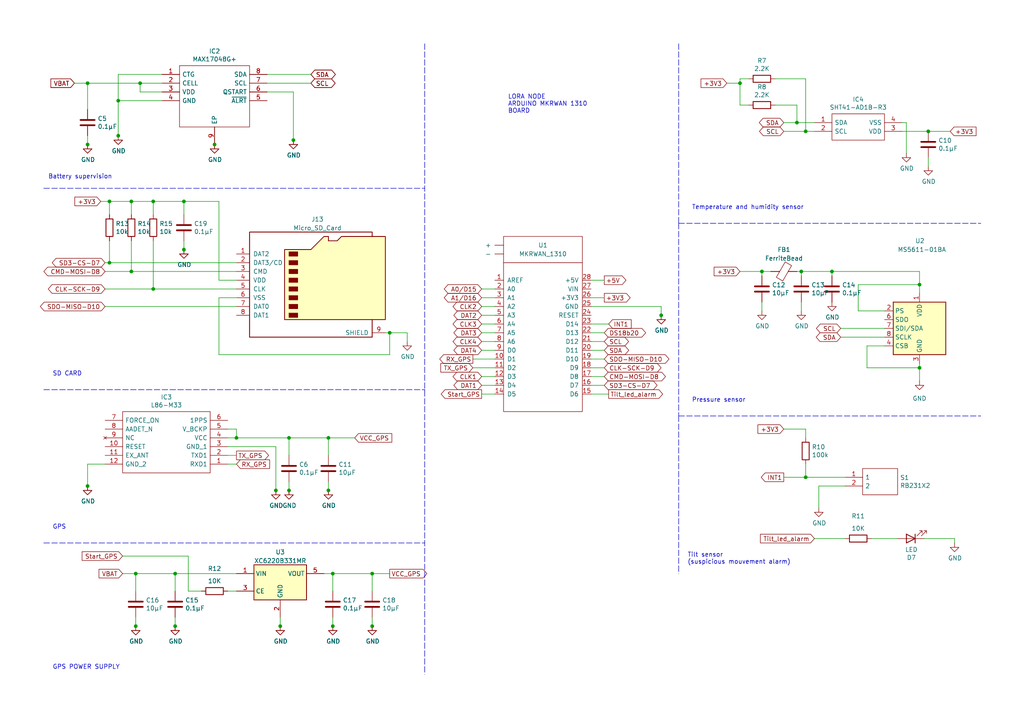
<source format=kicad_sch>
(kicad_sch (version 20211123) (generator eeschema)
  (paper "A4")
  (title_block (title "Open_beehive_scale_board") (date "2022-05-09") (rev "V0.1") (company "Ratamuse"))
  (lib_symbols
    (symbol "Connector:Micro_SD_Card" (pin_names (offset 1.016))
      (property "Reference" "J" (at -16.51 15.24 0))
      (property "Value" "Micro_SD_Card" (at 16.51 15.24 0))
      (symbol "Micro_SD_Card_0_1"
        (rectangle (start -7.62 -9.525) (end -5.08 -10.795) (fill (type outline)))
        (rectangle (start -7.62 -6.985) (end -5.08 -8.255) (fill (type outline)))
        (rectangle (start -7.62 -4.445) (end -5.08 -5.715) (fill (type outline)))
        (rectangle (start -7.62 -1.905) (end -5.08 -3.175) (fill (type outline)))
        (rectangle (start -7.62 0.635) (end -5.08 -0.635) (fill (type outline)))
        (rectangle (start -7.62 3.175) (end -5.08 1.905) (fill (type outline)))
        (rectangle (start -7.62 5.715) (end -5.08 4.445) (fill (type outline)))
        (rectangle (start -7.62 8.255) (end -5.08 6.985) (fill (type outline)))
        (polyline (pts (xy 16.51 12.7) (xy 16.51 13.97) (xy -19.05 13.97) (xy -19.05 -16.51) (xy 16.51 -16.51) (xy 16.51 -11.43)) (stroke (width 0.254)))
        (polyline (pts (xy -8.89 -11.43) (xy -8.89 8.89) (xy -1.27 8.89) (xy 2.54 12.7) (xy 3.81 12.7) (xy 3.81 11.43) (xy 6.35 11.43) (xy 7.62 12.7) (xy 20.32 12.7) (xy 20.32 -11.43) (xy -8.89 -11.43)) (stroke (width 0.254)) (fill (type background)))
      )
      (symbol "Micro_SD_Card_1_1"
        (pin bidirectional line (at -22.86 7.62 0) (length 3.81) (name "DAT2") (number "1"))
        (pin bidirectional line (at -22.86 5.08 0) (length 3.81) (name "DAT3/CD") (number "2"))
        (pin input line (at -22.86 2.54 0) (length 3.81) (name "CMD") (number "3"))
        (pin power_in line (at -22.86 0 0) (length 3.81) (name "VDD") (number "4"))
        (pin input line (at -22.86 -2.54 0) (length 3.81) (name "CLK") (number "5"))
        (pin power_in line (at -22.86 -5.08 0) (length 3.81) (name "VSS") (number "6"))
        (pin bidirectional line (at -22.86 -7.62 0) (length 3.81) (name "DAT0") (number "7"))
        (pin bidirectional line (at -22.86 -10.16 0) (length 3.81) (name "DAT1") (number "8"))
        (pin passive line (at 20.32 -15.24 180) (length 3.81) (name "SHIELD") (number "9"))
      )
    )
    (symbol "Device:C" (pin_numbers hide) (pin_names (offset 0.254))
      (property "Reference" "C" (at 0.635 2.54 0))
      (property "Value" "C" (at 0.635 -2.54 0))
      (symbol "C_0_1"
        (polyline (pts (xy -2.032 -0.762) (xy 2.032 -0.762)) (stroke (width 0.508)))
        (polyline (pts (xy -2.032 0.762) (xy 2.032 0.762)) (stroke (width 0.508)))
      )
      (symbol "C_1_1"
        (pin passive line (at 0 3.81 270) (length 2.794) (name "~") (number "1"))
        (pin passive line (at 0 -3.81 90) (length 2.794) (name "~") (number "2"))
      )
    )
    (symbol "Device:FerriteBead" (pin_numbers hide) (pin_names (offset 0))
      (property "Reference" "FB" (at -3.81 0.635 90))
      (property "Value" "FerriteBead" (at 3.81 0 90))
      (symbol "FerriteBead_0_1"
        (polyline (pts (xy 0 -1.27) (xy 0 -1.2192)))
        (polyline (pts (xy 0 1.27) (xy 0 1.2954)))
        (polyline (pts (xy -2.7686 0.4064) (xy -1.7018 2.2606) (xy 2.7686 -0.3048) (xy 1.6764 -2.159) (xy -2.7686 0.4064)))
      )
      (symbol "FerriteBead_1_1"
        (pin passive line (at 0 3.81 270) (length 2.54) (name "~") (number "1"))
        (pin passive line (at 0 -3.81 90) (length 2.54) (name "~") (number "2"))
      )
    )
    (symbol "Device:LED" (pin_numbers hide) (pin_names (offset 1.016) hide)
      (property "Reference" "D" (at 0 2.54 0))
      (property "Value" "LED" (at 0 -2.54 0))
      (symbol "LED_0_1"
        (polyline (pts (xy -1.27 -1.27) (xy -1.27 1.27)) (stroke (width 0.254)))
        (polyline (pts (xy -1.27 0) (xy 1.27 0)))
        (polyline (pts (xy 1.27 -1.27) (xy 1.27 1.27) (xy -1.27 0) (xy 1.27 -1.27)) (stroke (width 0.254)))
        (polyline (pts (xy -3.048 -0.762) (xy -4.572 -2.286) (xy -3.81 -2.286) (xy -4.572 -2.286) (xy -4.572 -1.524)))
        (polyline (pts (xy -1.778 -0.762) (xy -3.302 -2.286) (xy -2.54 -2.286) (xy -3.302 -2.286) (xy -3.302 -1.524)))
      )
      (symbol "LED_1_1"
        (pin passive line (at -3.81 0 0) (length 2.54) (name "K") (number "1"))
        (pin passive line (at 3.81 0 180) (length 2.54) (name "A") (number "2"))
      )
    )
    (symbol "Device:R" (pin_numbers hide) (pin_names (offset 0))
      (property "Reference" "R" (at 2.032 0 90))
      (property "Value" "R" (at 0 0 90))
      (symbol "R_0_1"
        (rectangle (start -1.016 -2.54) (end 1.016 2.54) (stroke (width 0.254)))
      )
      (symbol "R_1_1"
        (pin passive line (at 0 3.81 270) (length 1.27) (name "~") (number "1"))
        (pin passive line (at 0 -3.81 90) (length 1.27) (name "~") (number "2"))
      )
    )
    (symbol "L86-M33:L86-M33" (pin_names (offset 0.762))
      (property "Reference" "IC" (at 31.75 7.62 0))
      (property "Value" "L86-M33" (at 31.75 5.08 0))
      (symbol "L86-M33_0_0"
        (pin passive line (at 35.56 -12.7 180) (length 5.08) (name "RXD1") (number "1"))
        (pin passive line (at 0 -7.62 0) (length 5.08) (name "RESET") (number "10"))
        (pin passive line (at 0 -10.16 0) (length 5.08) (name "EX_ANT") (number "11"))
        (pin passive line (at 0 -12.7 0) (length 5.08) (name "GND_2") (number "12"))
        (pin passive line (at 35.56 -10.16 180) (length 5.08) (name "TXD1") (number "2"))
        (pin passive line (at 35.56 -7.62 180) (length 5.08) (name "GND_1") (number "3"))
        (pin passive line (at 35.56 -5.08 180) (length 5.08) (name "VCC") (number "4"))
        (pin passive line (at 35.56 -2.54 180) (length 5.08) (name "V_BCKP") (number "5"))
        (pin passive line (at 35.56 0 180) (length 5.08) (name "1PPS") (number "6"))
        (pin passive line (at 0 0 0) (length 5.08) (name "FORCE_ON") (number "7"))
        (pin passive line (at 0 -2.54 0) (length 5.08) (name "AADET_N") (number "8"))
        (pin no_connect line (at 0 -5.08 0) (length 5.08) (name "NC") (number "9"))
      )
      (symbol "L86-M33_0_1"
        (polyline (pts (xy 5.08 2.54) (xy 30.48 2.54) (xy 30.48 -15.24) (xy 5.08 -15.24) (xy 5.08 2.54)) (stroke (width 0.1524)))
      )
    )
    (symbol "MAX17048G+:MAX17048G+" (pin_names (offset 0.762))
      (property "Reference" "IC" (at 26.67 7.62 0))
      (property "Value" "MAX17048G+" (at 26.67 5.08 0))
      (symbol "MAX17048G+_0_0"
        (pin passive line (at 0 0 0) (length 5.08) (name "CTG") (number "1"))
        (pin passive line (at 0 -2.54 0) (length 5.08) (name "CELL") (number "2"))
        (pin passive line (at 0 -5.08 0) (length 5.08) (name "VDD") (number "3"))
        (pin passive line (at 0 -7.62 0) (length 5.08) (name "GND") (number "4"))
        (pin passive line (at 30.48 -7.62 180) (length 5.08) (name "~{ALRT}") (number "5"))
        (pin passive line (at 30.48 -5.08 180) (length 5.08) (name "QSTART") (number "6"))
        (pin passive line (at 30.48 -2.54 180) (length 5.08) (name "SCL") (number "7"))
        (pin passive line (at 30.48 0 180) (length 5.08) (name "SDA") (number "8"))
        (pin passive line (at 15.24 -20.32 90) (length 5.08) (name "EP") (number "9"))
      )
      (symbol "MAX17048G+_0_1"
        (polyline (pts (xy 5.08 2.54) (xy 25.4 2.54) (xy 25.4 -15.24) (xy 5.08 -15.24) (xy 5.08 2.54)) (stroke (width 0.1524)))
      )
    )
    (symbol "MKRShield_v1:MKRWAN_1310" (pin_names (offset 1.016))
      (property "Reference" "U1" (at 11.43 48.26 0))
      (property "Value" "MKRWAN_1310" (at 11.43 45.72 0))
      (symbol "MKRWAN_1310_0_1"
        (rectangle (start 0 43.18) (end 22.86 0))
        (rectangle (start 0 43.18) (end 22.86 50.8))
      )
      (symbol "MKRWAN_1310_1_1"
        (pin input line (at -2.54 38.1 0) (length 2.54) (name "AREF") (number "1"))
        (pin input line (at -2.54 15.24 0) (length 2.54) (name "D1") (number "10"))
        (pin input line (at -2.54 12.7 0) (length 2.54) (name "D2") (number "11"))
        (pin input line (at -2.54 10.16 0) (length 2.54) (name "D3") (number "12"))
        (pin input line (at -2.54 7.62 0) (length 2.54) (name "D4") (number "13"))
        (pin input line (at -2.54 5.08 0) (length 2.54) (name "D5") (number "14"))
        (pin input line (at 25.4 5.08 180) (length 2.54) (name "D6") (number "15"))
        (pin input line (at 25.4 7.62 180) (length 2.54) (name "D7") (number "16"))
        (pin input line (at 25.4 10.16 180) (length 2.54) (name "D8") (number "17"))
        (pin input line (at 25.4 12.7 180) (length 2.54) (name "D9") (number "18"))
        (pin input line (at 25.4 15.24 180) (length 2.54) (name "D10") (number "19"))
        (pin input line (at -2.54 35.56 0) (length 2.54) (name "A0") (number "2"))
        (pin input line (at 25.4 17.78 180) (length 2.54) (name "D11") (number "20"))
        (pin input line (at 25.4 20.32 180) (length 2.54) (name "D12") (number "21"))
        (pin input line (at 25.4 22.86 180) (length 2.54) (name "D13") (number "22"))
        (pin input line (at 25.4 25.4 180) (length 2.54) (name "D14") (number "23"))
        (pin input line (at 25.4 27.94 180) (length 2.54) (name "RESET") (number "24"))
        (pin input line (at 25.4 30.48 180) (length 2.54) (name "GND") (number "25"))
        (pin input line (at 25.4 33.02 180) (length 2.54) (name "+3V3") (number "26"))
        (pin input line (at 25.4 35.56 180) (length 2.54) (name "VIN") (number "27"))
        (pin input line (at 25.4 38.1 180) (length 2.54) (name "+5V") (number "28"))
        (pin input line (at -2.54 33.02 0) (length 2.54) (name "A1") (number "3"))
        (pin input line (at -2.54 30.48 0) (length 2.54) (name "A2") (number "4"))
        (pin input line (at -2.54 27.94 0) (length 2.54) (name "A3") (number "5"))
        (pin input line (at -2.54 25.4 0) (length 2.54) (name "A4") (number "6"))
        (pin input line (at -2.54 22.86 0) (length 2.54) (name "A5") (number "7"))
        (pin input line (at -2.54 20.32 0) (length 2.54) (name "A6") (number "8"))
        (pin input line (at -2.54 17.78 0) (length 2.54) (name "D0") (number "9"))
        (pin input line (at 0 48.26 180) (length 2.54) (name "+") (number "~"))
        (pin input line (at 0 45.72 180) (length 2.54) (name "-") (number "~"))
      )
    )
    (symbol "RB231X2:RB231X2" (pin_names (offset 0.762))
      (property "Reference" "S" (at 16.51 7.62 0))
      (property "Value" "RB231X2" (at 16.51 5.08 0))
      (symbol "RB231X2_0_0"
        (pin passive line (at 0 0 0) (length 5.08) (name "1") (number "1"))
        (pin passive line (at 0 -2.54 0) (length 5.08) (name "2") (number "2"))
      )
      (symbol "RB231X2_0_1"
        (polyline (pts (xy 5.08 2.54) (xy 15.24 2.54) (xy 15.24 -5.08) (xy 5.08 -5.08) (xy 5.08 2.54)) (stroke (width 0.1524)))
      )
    )
    (symbol "Regulator_Linear:XC6220B331MR"
      (property "Reference" "U" (at 0 8.89 0))
      (property "Value" "XC6220B331MR" (at 0 6.35 0))
      (symbol "XC6220B331MR_0_1"
        (rectangle (start -7.62 5.08) (end 7.62 -5.08) (stroke (width 0.254)) (fill (type background)))
      )
      (symbol "XC6220B331MR_1_1"
        (pin power_in line (at -12.7 2.54 0) (length 5.08) (name "VIN") (number "1"))
        (pin power_in line (at 0 -10.16 90) (length 5.08) (name "GND") (number "2"))
        (pin input line (at -12.7 -2.54 0) (length 5.08) (name "CE") (number "3"))
        (pin no_connect line (at 12.7 -2.54 180) (length 5.08) hide (name "NC") (number "4"))
        (pin power_out line (at 12.7 2.54 180) (length 5.08) (name "VOUT") (number "5"))
      )
    )
    (symbol "SHT41-AD1B-R3:SHT41-AD1B-R3" (pin_names (offset 0.762))
      (property "Reference" "IC" (at 21.59 7.62 0))
      (property "Value" "SHT41-AD1B-R3" (at 21.59 5.08 0))
      (symbol "SHT41-AD1B-R3_0_0"
        (pin passive line (at 0 0 0) (length 5.08) (name "SDA") (number "1"))
        (pin passive line (at 0 -2.54 0) (length 5.08) (name "SCL") (number "2"))
        (pin passive line (at 25.4 -2.54 180) (length 5.08) (name "VDD") (number "3"))
        (pin passive line (at 25.4 0 180) (length 5.08) (name "VSS") (number "4"))
      )
      (symbol "SHT41-AD1B-R3_0_1"
        (polyline (pts (xy 5.08 2.54) (xy 20.32 2.54) (xy 20.32 -5.08) (xy 5.08 -5.08) (xy 5.08 2.54)) (stroke (width 0.1524)))
      )
    )
    (symbol "Sensor_Pressure:MS5611-01BA"
      (property "Reference" "U" (at -6.35 8.89 0))
      (property "Value" "MS5611-01BA" (at 7.62 8.89 0))
      (symbol "MS5611-01BA_0_1"
        (rectangle (start -7.62 7.62) (end 7.62 -7.62) (stroke (width 0.254)) (fill (type background)))
      )
      (symbol "MS5611-01BA_1_1"
        (pin power_in line (at 0 10.16 270) (length 2.54) (name "VDD") (number "1"))
        (pin input line (at -10.16 5.08 0) (length 2.54) (name "PS") (number "2"))
        (pin power_in line (at 0 -10.16 90) (length 2.54) (name "GND") (number "3"))
        (pin input line (at -10.16 -5.08 0) (length 2.54) (name "CSB") (number "4"))
        (pin input line (at -10.16 -5.08 0) (length 2.54) hide (name "CSB") (number "5"))
        (pin output line (at -10.16 2.54 0) (length 2.54) (name "SDO") (number "6"))
        (pin bidirectional line (at -10.16 0 0) (length 2.54) (name "SDI/SDA") (number "7"))
        (pin input line (at -10.16 -2.54 0) (length 2.54) (name "SCLK") (number "8"))
      )
    )
    (symbol "power:GND" (power) (pin_names (offset 0))
      (property "Value" "GND" (at 0 -3.81 0))
      (symbol "GND_0_1"
        (polyline (pts (xy 0 0) (xy 0 -1.27) (xy 1.27 -1.27) (xy 0 -2.54) (xy -1.27 -1.27) (xy 0 -1.27)))
      )
      (symbol "GND_1_1"
        (pin power_in line (at 0 0 270) (length 0) hide (name "GND") (number "1"))
      )
    )
  )
  (junction (at 269.24 38.1))
  (junction (at 34.29 29.21))
  (junction (at 233.68 138.43))
  (junction (at 107.95 181.61))
  (junction (at 31.75 58.42))
  (junction (at 85.09 40.64))
  (junction (at 38.1 78.74))
  (junction (at 81.28 181.61))
  (junction (at 25.4 24.13))
  (junction (at 38.1 58.42))
  (junction (at 96.52 166.37))
  (junction (at 83.82 127))
  (junction (at 39.37 166.37))
  (junction (at 44.45 58.42))
  (junction (at 96.52 181.61))
  (junction (at 95.25 127))
  (junction (at 233.68 38.1))
  (junction (at 107.95 166.37))
  (junction (at 31.75 76.2))
  (junction (at 62.23 41.91))
  (junction (at 68.58 127))
  (junction (at 232.41 78.74))
  (junction (at 39.37 181.61))
  (junction (at 231.14 35.56))
  (junction (at 25.4 140.97))
  (junction (at 25.4 41.91))
  (junction (at 50.8 166.37))
  (junction (at 53.34 72.39))
  (junction (at 191.77 91.44))
  (junction (at 220.98 78.74))
  (junction (at 241.3 78.74))
  (junction (at 53.34 58.42))
  (junction (at 50.8 181.61))
  (junction (at 40.64 24.13))
  (junction (at 80.01 142.24))
  (junction (at 34.29 39.37))
  (junction (at 266.7 106.68))
  (junction (at 44.45 83.82))
  (junction (at 214.63 24.13))
  (junction (at 83.82 142.24))
  (junction (at 95.25 142.24))
  (junction (at 266.7 82.55))
  (junction (at 113.03 96.52))
  (wire (pts (xy 25.4 39.37) (xy 25.4 41.91)))
  (wire (pts (xy 269.24 45.72) (xy 269.24 48.26)))
  (wire (pts (xy 63.5 58.42) (xy 63.5 81.28)))
  (wire (pts (xy 214.63 30.48) (xy 214.63 24.13)))
  (wire (pts (xy 233.68 38.1) (xy 233.68 22.86)))
  (wire (pts (xy 113.03 96.52) (xy 118.11 96.52)))
  (wire (pts (xy 50.8 171.45) (xy 50.8 166.37)))
  (wire (pts (xy 261.62 35.56) (xy 262.89 35.56)))
  (wire (pts (xy 267.97 156.21) (xy 276.86 156.21)))
  (wire (pts (xy 38.1 58.42) (xy 38.1 62.23)))
  (wire (pts (xy 31.75 58.42) (xy 38.1 58.42)))
  (wire (pts (xy 139.7 86.36) (xy 143.51 86.36)))
  (wire (pts (xy 68.58 134.62) (xy 66.04 134.62)))
  (wire (pts (xy 31.75 69.85) (xy 31.75 76.2)))
  (wire (pts (xy 107.95 166.37) (xy 113.03 166.37)))
  (wire (pts (xy 233.68 38.1) (xy 227.33 38.1)))
  (wire (pts (xy 80.01 129.54) (xy 80.01 142.24)))
  (wire (pts (xy 232.41 87.63) (xy 232.41 90.17)))
  (wire (pts (xy 50.8 166.37) (xy 68.58 166.37)))
  (polyline (pts (xy 123.19 113.03) (xy 123.19 114.3)))
  (wire (pts (xy 231.14 35.56) (xy 231.14 30.48)))
  (wire (pts (xy 95.25 127) (xy 102.87 127)))
  (polyline (pts (xy 196.85 12.7) (xy 196.85 64.77)))
  (wire (pts (xy 251.46 100.33) (xy 251.46 106.68)))
  (wire (pts (xy 44.45 69.85) (xy 44.45 83.82)))
  (wire (pts (xy 30.48 83.82) (xy 44.45 83.82)))
  (wire (pts (xy 44.45 58.42) (xy 44.45 62.23)))
  (wire (pts (xy 139.7 91.44) (xy 143.51 91.44)))
  (wire (pts (xy 96.52 179.07) (xy 96.52 181.61)))
  (wire (pts (xy 171.45 104.14) (xy 175.26 104.14)))
  (wire (pts (xy 214.63 78.74) (xy 220.98 78.74)))
  (wire (pts (xy 171.45 111.76) (xy 175.26 111.76)))
  (wire (pts (xy 269.24 38.1) (xy 261.62 38.1)))
  (wire (pts (xy 214.63 22.86) (xy 217.17 22.86)))
  (wire (pts (xy 63.5 102.87) (xy 113.03 102.87)))
  (wire (pts (xy 68.58 127) (xy 68.58 124.46)))
  (wire (pts (xy 139.7 83.82) (xy 143.51 83.82)))
  (wire (pts (xy 139.7 99.06) (xy 143.51 99.06)))
  (wire (pts (xy 118.11 96.52) (xy 118.11 99.06)))
  (wire (pts (xy 25.4 24.13) (xy 25.4 31.75)))
  (wire (pts (xy 276.86 156.21) (xy 276.86 157.48)))
  (wire (pts (xy 220.98 78.74) (xy 223.52 78.74)))
  (wire (pts (xy 40.64 26.67) (xy 46.99 26.67)))
  (wire (pts (xy 77.47 24.13) (xy 90.17 24.13)))
  (wire (pts (xy 29.21 58.42) (xy 31.75 58.42)))
  (wire (pts (xy 171.45 114.3) (xy 176.53 114.3)))
  (wire (pts (xy 266.7 82.55) (xy 266.7 78.74)))
  (wire (pts (xy 38.1 78.74) (xy 68.58 78.74)))
  (wire (pts (xy 44.45 58.42) (xy 53.34 58.42)))
  (wire (pts (xy 243.84 97.79) (xy 256.54 97.79)))
  (wire (pts (xy 30.48 88.9) (xy 68.58 88.9)))
  (wire (pts (xy 139.7 88.9) (xy 143.51 88.9)))
  (wire (pts (xy 191.77 88.9) (xy 191.77 91.44)))
  (wire (pts (xy 220.98 80.01) (xy 220.98 78.74)))
  (wire (pts (xy 214.63 24.13) (xy 210.82 24.13)))
  (wire (pts (xy 68.58 86.36) (xy 63.5 86.36)))
  (wire (pts (xy 38.1 58.42) (xy 44.45 58.42)))
  (wire (pts (xy 256.54 100.33) (xy 251.46 100.33)))
  (wire (pts (xy 66.04 129.54) (xy 80.01 129.54)))
  (wire (pts (xy 248.92 90.17) (xy 256.54 90.17)))
  (wire (pts (xy 50.8 179.07) (xy 50.8 181.61)))
  (wire (pts (xy 231.14 35.56) (xy 236.22 35.56)))
  (wire (pts (xy 96.52 171.45) (xy 96.52 166.37)))
  (polyline (pts (xy 12.7 157.48) (xy 123.19 157.48)))
  (wire (pts (xy 236.22 38.1) (xy 233.68 38.1)))
  (wire (pts (xy 233.68 138.43) (xy 227.33 138.43)))
  (wire (pts (xy 139.7 109.22) (xy 143.51 109.22)))
  (wire (pts (xy 139.7 114.3) (xy 143.51 114.3)))
  (wire (pts (xy 30.48 78.74) (xy 38.1 78.74)))
  (wire (pts (xy 231.14 30.48) (xy 224.79 30.48)))
  (wire (pts (xy 139.7 96.52) (xy 143.51 96.52)))
  (wire (pts (xy 266.7 105.41) (xy 266.7 106.68)))
  (wire (pts (xy 34.29 29.21) (xy 34.29 39.37)))
  (wire (pts (xy 269.24 38.1) (xy 275.59 38.1)))
  (wire (pts (xy 96.52 166.37) (xy 107.95 166.37)))
  (wire (pts (xy 171.45 81.28) (xy 175.26 81.28)))
  (wire (pts (xy 237.49 140.97) (xy 237.49 147.32)))
  (wire (pts (xy 25.4 134.62) (xy 25.4 140.97)))
  (wire (pts (xy 39.37 171.45) (xy 39.37 166.37)))
  (wire (pts (xy 95.25 139.7) (xy 95.25 142.24)))
  (wire (pts (xy 31.75 76.2) (xy 68.58 76.2)))
  (wire (pts (xy 111.76 96.52) (xy 113.03 96.52)))
  (wire (pts (xy 217.17 30.48) (xy 214.63 30.48)))
  (wire (pts (xy 171.45 101.6) (xy 175.26 101.6)))
  (wire (pts (xy 95.25 132.08) (xy 95.25 127)))
  (wire (pts (xy 25.4 24.13) (xy 40.64 24.13)))
  (wire (pts (xy 233.68 124.46) (xy 227.33 124.46)))
  (wire (pts (xy 68.58 127) (xy 83.82 127)))
  (wire (pts (xy 245.11 140.97) (xy 237.49 140.97)))
  (wire (pts (xy 171.45 99.06) (xy 175.26 99.06)))
  (wire (pts (xy 77.47 26.67) (xy 85.09 26.67)))
  (wire (pts (xy 46.99 24.13) (xy 40.64 24.13)))
  (wire (pts (xy 243.84 95.25) (xy 256.54 95.25)))
  (wire (pts (xy 68.58 124.46) (xy 66.04 124.46)))
  (polyline (pts (xy 12.7 113.03) (xy 123.19 113.03)))
  (wire (pts (xy 248.92 82.55) (xy 248.92 90.17)))
  (wire (pts (xy 241.3 78.74) (xy 266.7 78.74)))
  (polyline (pts (xy 196.85 64.77) (xy 196.85 120.65)))
  (wire (pts (xy 44.45 83.82) (xy 68.58 83.82)))
  (polyline (pts (xy 196.85 64.77) (xy 284.48 64.77)))
  (wire (pts (xy 40.64 24.13) (xy 40.64 26.67)))
  (wire (pts (xy 241.3 78.74) (xy 241.3 80.01)))
  (wire (pts (xy 46.99 21.59) (xy 34.29 21.59)))
  (wire (pts (xy 93.98 166.37) (xy 96.52 166.37)))
  (wire (pts (xy 231.14 35.56) (xy 227.33 35.56)))
  (wire (pts (xy 139.7 101.6) (xy 143.51 101.6)))
  (wire (pts (xy 251.46 106.68) (xy 266.7 106.68)))
  (wire (pts (xy 233.68 22.86) (xy 224.79 22.86)))
  (wire (pts (xy 266.7 82.55) (xy 248.92 82.55)))
  (wire (pts (xy 39.37 179.07) (xy 39.37 181.61)))
  (polyline (pts (xy 12.7 54.61) (xy 123.19 54.61)))
  (wire (pts (xy 220.98 87.63) (xy 220.98 90.17)))
  (wire (pts (xy 137.16 106.68) (xy 143.51 106.68)))
  (wire (pts (xy 85.09 26.67) (xy 85.09 40.64)))
  (wire (pts (xy 233.68 127) (xy 233.68 124.46)))
  (wire (pts (xy 53.34 69.85) (xy 53.34 72.39)))
  (wire (pts (xy 171.45 88.9) (xy 191.77 88.9)))
  (wire (pts (xy 233.68 138.43) (xy 233.68 134.62)))
  (wire (pts (xy 232.41 78.74) (xy 241.3 78.74)))
  (wire (pts (xy 245.11 138.43) (xy 233.68 138.43)))
  (wire (pts (xy 81.28 179.07) (xy 81.28 181.61)))
  (wire (pts (xy 35.56 161.29) (xy 54.61 161.29)))
  (wire (pts (xy 30.48 76.2) (xy 31.75 76.2)))
  (wire (pts (xy 39.37 166.37) (xy 50.8 166.37)))
  (wire (pts (xy 46.99 29.21) (xy 34.29 29.21)))
  (wire (pts (xy 175.26 96.52) (xy 171.45 96.52)))
  (wire (pts (xy 66.04 127) (xy 68.58 127)))
  (wire (pts (xy 252.73 156.21) (xy 260.35 156.21)))
  (wire (pts (xy 63.5 81.28) (xy 68.58 81.28)))
  (polyline (pts (xy 196.85 120.65) (xy 284.48 120.65)))
  (wire (pts (xy 83.82 132.08) (xy 83.82 127)))
  (wire (pts (xy 139.7 111.76) (xy 143.51 111.76)))
  (wire (pts (xy 262.89 35.56) (xy 262.89 44.45)))
  (wire (pts (xy 266.7 106.68) (xy 266.7 110.49)))
  (polyline (pts (xy 196.85 120.65) (xy 196.85 166.37)))
  (wire (pts (xy 171.45 93.98) (xy 176.53 93.98)))
  (wire (pts (xy 171.45 109.22) (xy 175.26 109.22)))
  (wire (pts (xy 214.63 24.13) (xy 214.63 22.86)))
  (wire (pts (xy 171.45 86.36) (xy 175.26 86.36)))
  (wire (pts (xy 83.82 127) (xy 95.25 127)))
  (wire (pts (xy 232.41 78.74) (xy 232.41 80.01)))
  (wire (pts (xy 236.22 156.21) (xy 245.11 156.21)))
  (wire (pts (xy 25.4 134.62) (xy 30.48 134.62)))
  (wire (pts (xy 266.7 85.09) (xy 266.7 82.55)))
  (wire (pts (xy 63.5 86.36) (xy 63.5 102.87)))
  (wire (pts (xy 21.59 24.13) (xy 25.4 24.13)))
  (wire (pts (xy 38.1 69.85) (xy 38.1 78.74)))
  (wire (pts (xy 34.29 21.59) (xy 34.29 29.21)))
  (wire (pts (xy 53.34 58.42) (xy 63.5 58.42)))
  (wire (pts (xy 83.82 139.7) (xy 83.82 142.24)))
  (wire (pts (xy 171.45 106.68) (xy 175.26 106.68)))
  (wire (pts (xy 231.14 78.74) (xy 232.41 78.74)))
  (wire (pts (xy 113.03 102.87) (xy 113.03 96.52)))
  (wire (pts (xy 139.7 93.98) (xy 143.51 93.98)))
  (wire (pts (xy 31.75 58.42) (xy 31.75 62.23)))
  (wire (pts (xy 53.34 58.42) (xy 53.34 62.23)))
  (wire (pts (xy 137.16 104.14) (xy 143.51 104.14)))
  (wire (pts (xy 107.95 179.07) (xy 107.95 181.61)))
  (wire (pts (xy 58.42 171.45) (xy 54.61 171.45)))
  (wire (pts (xy 66.04 171.45) (xy 68.58 171.45)))
  (wire (pts (xy 77.47 21.59) (xy 90.17 21.59)))
  (wire (pts (xy 35.56 166.37) (xy 39.37 166.37)))
  (polyline (pts (xy 123.19 12.7) (xy 123.19 195.58)))
  (wire (pts (xy 107.95 171.45) (xy 107.95 166.37)))
  (wire (pts (xy 54.61 171.45) (xy 54.61 161.29)))
  (wire (pts (xy 66.04 132.08) (xy 68.58 132.08)))
  (text "SD CARD" (at 15.24 109.22 0) (effects (font (size 1.27 1.27)) (justify left bottom)))
  (text "GPS" (at 15.24 153.67 0) (effects (font (size 1.27 1.27)) (justify left bottom)))
  (text "LORA NODE \nARDUINO MKRWAN 1310\nBOARD" (at 147.32 33.02 0) (effects (font (size 1.27 1.27)) (justify left bottom)))
  (text "Battery supervision\n" (at 13.97 52.07 0) (effects (font (size 1.27 1.27)) (justify left bottom)))
  (text "Tilt sensor \n(suspicious mouvement alarm)" (at 199.39 163.83 0) (effects (font (size 1.27 1.27)) (justify left bottom)))
  (text "Temperature and humidity sensor\n" (at 200.66 60.96 0) (effects (font (size 1.27 1.27)) (justify left bottom)))
  (text "Pressure sensor" (at 200.66 116.84 0) (effects (font (size 1.27 1.27)) (justify left bottom)))
  (text "GPS POWER SUPPLY" (at 15.24 194.31 0) (effects (font (size 1.27 1.27)) (justify left bottom)))
  (global_label "TX_GPS" (shape output) (at 68.58 132.08 0) (property "Intersheet References" "${INTERSHEET_REFS}" (effects hide)))
  (global_label "+3V3" (shape input) (at 29.21 58.42 180) (property "Intersheet References" "${INTERSHEET_REFS}" (effects hide)))
  (global_label "SDA" (shape bidirectional) (at 90.17 21.59 0) (property "Intersheet References" "${INTERSHEET_REFS}" (effects hide)))
  (global_label "Start_GPS" (shape input) (at 35.56 161.29 180) (property "Intersheet References" "${INTERSHEET_REFS}" (effects hide)))
  (global_label "SCL" (shape bidirectional) (at 90.17 24.13 0) (property "Intersheet References" "${INTERSHEET_REFS}" (effects hide)))
  (global_label "+3V3" (shape input) (at 214.63 78.74 180) (property "Intersheet References" "${INTERSHEET_REFS}" (effects hide)))
  (global_label "+3V3" (shape input) (at 227.33 124.46 180) (property "Intersheet References" "${INTERSHEET_REFS}" (effects hide)))
  (global_label "SD3-CS-D7" (shape bidirectional) (at 175.26 111.76 0) (property "Intersheet References" "${INTERSHEET_REFS}" (effects hide)))
  (global_label "A0{slash}D15" (shape bidirectional) (at 139.7 83.82 180) (property "Intersheet References" "${INTERSHEET_REFS}" (effects hide)))
  (global_label "SCL" (shape bidirectional) (at 243.84 95.25 180) (property "Intersheet References" "${INTERSHEET_REFS}" (effects hide)))
  (global_label "SD3-CS-D7" (shape bidirectional) (at 30.48 76.2 180) (property "Intersheet References" "${INTERSHEET_REFS}" (effects hide)))
  (global_label "DS18b20" (shape bidirectional) (at 175.26 96.52 0) (property "Intersheet References" "${INTERSHEET_REFS}" (effects hide)))
  (global_label "+5V" (shape output) (at 175.26 81.28 0) (property "Intersheet References" "${INTERSHEET_REFS}" (effects hide)))
  (global_label "+3V3" (shape input) (at 210.82 24.13 180) (property "Intersheet References" "${INTERSHEET_REFS}" (effects hide)))
  (global_label "SCL" (shape bidirectional) (at 227.33 38.1 180) (property "Intersheet References" "${INTERSHEET_REFS}" (effects hide)))
  (global_label "CLK-SCK-D9" (shape bidirectional) (at 30.48 83.82 180) (property "Intersheet References" "${INTERSHEET_REFS}" (effects hide)))
  (global_label "SCL" (shape bidirectional) (at 90.17 24.13 0) (property "Intersheet References" "${INTERSHEET_REFS}" (effects hide)))
  (global_label "VCC_GPS" (shape output) (at 113.03 166.37 0) (property "Intersheet References" "${INTERSHEET_REFS}" (effects hide)))
  (global_label "Tilt_led_alarm" (shape input) (at 236.22 156.21 180) (property "Intersheet References" "${INTERSHEET_REFS}" (effects hide)))
  (global_label "SDA" (shape bidirectional) (at 227.33 35.56 180) (property "Intersheet References" "${INTERSHEET_REFS}" (effects hide)))
  (global_label "CLK1" (shape bidirectional) (at 139.7 109.22 180) (property "Intersheet References" "${INTERSHEET_REFS}" (effects hide)))
  (global_label "VBAT" (shape input) (at 35.56 166.37 180) (property "Intersheet References" "${INTERSHEET_REFS}" (effects hide)))
  (global_label "DAT2" (shape bidirectional) (at 139.7 91.44 180) (property "Intersheet References" "${INTERSHEET_REFS}" (effects hide)))
  (global_label "SDA" (shape bidirectional) (at 175.26 101.6 0) (property "Intersheet References" "${INTERSHEET_REFS}" (effects hide)))
  (global_label "Tilt_led_alarm" (shape output) (at 176.53 114.3 0) (property "Intersheet References" "${INTERSHEET_REFS}" (effects hide)))
  (global_label "A1{slash}D16" (shape bidirectional) (at 139.7 86.36 180) (property "Intersheet References" "${INTERSHEET_REFS}" (effects hide)))
  (global_label "SDO-MISO-D10" (shape bidirectional) (at 175.26 104.14 0) (property "Intersheet References" "${INTERSHEET_REFS}" (effects hide)))
  (global_label "+3V3" (shape input) (at 275.59 38.1 0) (property "Intersheet References" "${INTERSHEET_REFS}" (effects hide)))
  (global_label "TX_GPS" (shape input) (at 137.16 106.68 180) (property "Intersheet References" "${INTERSHEET_REFS}" (effects hide)))
  (global_label "SDA" (shape bidirectional) (at 90.17 21.59 0) (property "Intersheet References" "${INTERSHEET_REFS}" (effects hide)))
  (global_label "CLK4" (shape bidirectional) (at 139.7 99.06 180) (property "Intersheet References" "${INTERSHEET_REFS}" (effects hide)))
  (global_label "DAT3" (shape bidirectional) (at 139.7 96.52 180) (property "Intersheet References" "${INTERSHEET_REFS}" (effects hide)))
  (global_label "Start_GPS" (shape output) (at 139.7 114.3 180) (property "Intersheet References" "${INTERSHEET_REFS}" (effects hide)))
  (global_label "CLK-SCK-D9" (shape bidirectional) (at 175.26 106.68 0) (property "Intersheet References" "${INTERSHEET_REFS}" (effects hide)))
  (global_label "CMD-MOSI-D8" (shape bidirectional) (at 175.26 109.22 0) (property "Intersheet References" "${INTERSHEET_REFS}" (effects hide)))
  (global_label "DAT1" (shape bidirectional) (at 139.7 111.76 180) (property "Intersheet References" "${INTERSHEET_REFS}" (effects hide)))
  (global_label "INT1" (shape output) (at 227.33 138.43 180) (property "Intersheet References" "${INTERSHEET_REFS}" (effects hide)))
  (global_label "SCL" (shape bidirectional) (at 175.26 99.06 0) (property "Intersheet References" "${INTERSHEET_REFS}" (effects hide)))
  (global_label "INT1" (shape input) (at 176.53 93.98 0) (property "Intersheet References" "${INTERSHEET_REFS}" (effects hide)))
  (global_label "CLK3" (shape bidirectional) (at 139.7 93.98 180) (property "Intersheet References" "${INTERSHEET_REFS}" (effects hide)))
  (global_label "VBAT" (shape input) (at 21.59 24.13 180) (property "Intersheet References" "${INTERSHEET_REFS}" (effects hide)))
  (global_label "DAT4" (shape bidirectional) (at 139.7 101.6 180) (property "Intersheet References" "${INTERSHEET_REFS}" (effects hide)))
  (global_label "CMD-MOSI-D8" (shape bidirectional) (at 30.48 78.74 180) (property "Intersheet References" "${INTERSHEET_REFS}" (effects hide)))
  (global_label "+3V3" (shape output) (at 175.26 86.36 0) (property "Intersheet References" "${INTERSHEET_REFS}" (effects hide)))
  (global_label "RX_GPS" (shape output) (at 137.16 104.14 180) (property "Intersheet References" "${INTERSHEET_REFS}" (effects hide)))
  (global_label "SDO-MISO-D10" (shape bidirectional) (at 30.48 88.9 180) (property "Intersheet References" "${INTERSHEET_REFS}" (effects hide)))
  (global_label "SDA" (shape bidirectional) (at 243.84 97.79 180) (property "Intersheet References" "${INTERSHEET_REFS}" (effects hide)))
  (global_label "CLK2" (shape bidirectional) (at 139.7 88.9 180) (property "Intersheet References" "${INTERSHEET_REFS}" (effects hide)))
  (global_label "VCC_GPS" (shape input) (at 102.87 127 0) (property "Intersheet References" "${INTERSHEET_REFS}" (effects hide)))
  (global_label "VBAT" (shape input) (at 21.59 24.13 180) (property "Intersheet References" "${INTERSHEET_REFS}" (effects hide)))
  (global_label "RX_GPS" (shape input) (at 68.58 134.62 0) (property "Intersheet References" "${INTERSHEET_REFS}" (effects hide)))
  (symbol (lib_id "Device:C") (at 95.25 135.89 0) (unit 1)
    (property "Reference" "C11" (at 98.171 134.7216 0) (effects (justify left)))
    (property "Value" "10µF" (at 98.171 137.033 0) (effects (justify left)))
    (property "Footprint" "Capacitor_SMD:C_0805_2012Metric" (effects hide))
  )
  (symbol (lib_id "power:GND") (at 95.25 142.24 0) (unit 1)
    (property "Reference" "#PWR0116" (effects hide))
    (property "Value" "GND" (at 95.377 146.6342 0))
  )
  (symbol (lib_id "power:GND") (at 95.25 142.24 0) (unit 1)
    (property "Reference" "#PWR0117" (effects hide))
    (property "Value" "GND" (at 95.377 146.6342 0))
  )
  (symbol (lib_id "RB231X2:RB231X2") (at 245.11 138.43 0) (unit 1)
    (property "Reference" "S1" (at 261.0612 138.5316 0) (effects (justify left)))
    (property "Value" "RB231X2" (at 261.0612 140.843 0) (effects (justify left)))
    (property "Footprint" "Empreintes:RB231X2" (effects hide))
    (property "Datasheet" "http://www.mouser.com/datasheet/2/60/rb-965392.pdf" (effects hide))
    (property "Description" "Tilt Switches ROLLING BALL" (effects hide))
    (property "Height" "4" (effects hide))
    (property "Manufacturer_Name" "C & K COMPONENTS" (effects hide))
    (property "Manufacturer_Part_Number" "RB231X2" (effects hide))
    (property "Mouser Part Number" "611-RB-231X2" (effects hide))
    (property "Mouser Price/Stock" "https://www.mouser.co.uk/ProductDetail/CK/RB231X2?qs=Gufeu08L%2Fl3N%2F2jZGTaJow%3D%3D" (effects hide))
    (property "Arrow Part Number" "RB231X2" (effects hide))
    (property "Arrow Price/Stock" "https://www.arrow.com/en/products/rb231x2/ck" (effects hide))
  )
  (symbol (lib_id "L86-M33:L86-M33") (at 30.48 121.92 0) (unit 1)
    (property "Reference" "IC3" (at 48.26 115.189 0))
    (property "Value" "L86-M33" (at 48.26 117.5004 0))
    (property "Footprint" "Empreintes:L80-M39" (effects hide))
    (property "Datasheet" "https://docs-emea.rs-online.com/webdocs/147d/0900766b8147dbfb.pdf" (effects hide))
    (property "Description" "GPS/GLONASS receiver + antenna pack of 1" (effects hide))
    (property "Manufacturer_Name" "Quectel" (effects hide))
    (property "Manufacturer_Part_Number" "L86-M33" (effects hide))
    (property "Arrow Part Number" "L86-M33" (effects hide))
    (property "Arrow Price/Stock" "https://www.arrow.com/en/products/l86-m33/quectel-wireless-solutions-co-ltd" (effects hide))
  )
  (symbol (lib_id "power:GND") (at 237.49 147.32 0) (unit 1)
    (property "Reference" "#PWR0126" (effects hide))
    (property "Value" "GND" (at 237.617 151.7142 0))
  )
  (symbol (lib_id "power:GND") (at 25.4 140.97 0) (unit 1)
    (property "Reference" "#PWR0118" (effects hide))
    (property "Value" "GND" (at 25.527 145.3642 0))
  )
  (symbol (lib_id "power:GND") (at 25.4 140.97 0) (unit 1)
    (property "Reference" "#PWR0119" (effects hide))
    (property "Value" "GND" (at 25.527 145.3642 0))
  )
  (symbol (lib_id "Device:R") (at 233.68 130.81 0) (unit 1)
    (property "Reference" "R10" (at 235.458 129.6416 0) (effects (justify left)))
    (property "Value" "100k" (at 235.458 131.953 0) (effects (justify left)))
    (property "Footprint" "Resistor_SMD:R_0603_1608Metric" (effects hide))
  )
  (symbol (lib_id "Device:C") (at 83.82 135.89 0) (unit 1)
    (property "Reference" "C6" (at 86.741 134.7216 0) (effects (justify left)))
    (property "Value" "0.1µF" (at 86.741 137.033 0) (effects (justify left)))
    (property "Footprint" "Capacitor_SMD:C_0603_1608Metric" (effects hide))
  )
  (symbol (lib_id "power:GND") (at 83.82 142.24 0) (unit 1)
    (property "Reference" "#PWR0120" (effects hide))
    (property "Value" "GND" (at 83.947 146.6342 0))
  )
  (symbol (lib_id "power:GND") (at 83.82 142.24 0) (unit 1)
    (property "Reference" "#PWR0121" (effects hide))
    (property "Value" "GND" (at 83.947 146.6342 0))
  )
  (symbol (lib_id "MKRShield_v1:MKRWAN_1310") (at 146.05 119.38 0) (unit 1)
    (property "Reference" "U1" (at 157.48 71.12 0))
    (property "Value" "MKRWAN_1310" (at 157.48 73.66 0))
    (property "Footprint" "Empreintes:ARDUINO_ABX00012" (effects hide))
  )
  (symbol (lib_id "MAX17048G+:MAX17048G+") (at 46.99 21.59 0) (unit 1)
    (property "Reference" "IC2" (at 62.23 14.859 0))
    (property "Value" "MAX17048G+" (at 62.23 17.1704 0))
    (property "Footprint" "Empreintes:SON50P200X200X80-9N-D" (effects hide))
    (property "Datasheet" "https://datasheets.maximintegrated.com/en/ds/MAX17048-MAX17049.pdf" (effects hide))
    (property "Description" "3uA 1-Cell/2-Cell Fuel Gauge with ModelGauge, TDFN-8" (effects hide))
    (property "Height" "0.8" (effects hide))
    (property "Manufacturer_Name" "Maxim Integrated" (effects hide))
    (property "Manufacturer_Part_Number" "MAX17048G+" (effects hide))
    (property "Arrow Part Number" "MAX17048G+" (effects hide))
    (property "Mouser Part Number" "700-MAX17048G+" (effects hide))
    (property "Mouser Price/Stock" "https://www.mouser.co.uk/ProductDetail/Maxim-Integrated/MAX17048G%2b?qs=D7PJwyCwLArjnts0jPerYw%3D%3D" (effects hide))
  )
  (symbol (lib_id "power:GND") (at 34.29 39.37 0) (unit 1)
    (property "Reference" "#PWR0101" (effects hide))
    (property "Value" "GND" (at 34.417 43.7642 0))
  )
  (symbol (lib_id "power:GND") (at 62.23 41.91 0) (unit 1)
    (property "Reference" "#PWR0105" (effects hide))
    (property "Value" "GND" (at 62.357 46.3042 0))
  )
  (symbol (lib_id "power:GND") (at 85.09 40.64 0) (unit 1)
    (property "Reference" "#PWR0106" (effects hide))
    (property "Value" "GND" (at 85.217 45.0342 0))
  )
  (symbol (lib_id "Device:C") (at 25.4 35.56 0) (unit 1)
    (property "Reference" "C5" (at 28.321 34.3916 0) (effects (justify left)))
    (property "Value" "0.1µF" (at 28.321 36.703 0) (effects (justify left)))
    (property "Footprint" "Capacitor_SMD:C_0603_1608Metric" (effects hide))
  )
  (symbol (lib_id "power:GND") (at 25.4 41.91 0) (unit 1)
    (property "Reference" "#PWR0107" (effects hide))
    (property "Value" "GND" (at 25.527 46.3042 0))
  )
  (symbol (lib_id "power:GND") (at 34.29 39.37 0) (unit 1)
    (property "Reference" "#PWR0108" (effects hide))
    (property "Value" "GND" (at 34.417 43.7642 0))
  )
  (symbol (lib_id "power:GND") (at 62.23 41.91 0) (unit 1)
    (property "Reference" "#PWR0110" (effects hide))
    (property "Value" "GND" (at 62.357 46.3042 0))
  )
  (symbol (lib_id "power:GND") (at 85.09 40.64 0) (unit 1)
    (property "Reference" "#PWR0111" (effects hide))
    (property "Value" "GND" (at 85.217 45.0342 0))
  )
  (symbol (lib_id "power:GND") (at 25.4 41.91 0) (unit 1)
    (property "Reference" "#PWR0113" (effects hide))
    (property "Value" "GND" (at 25.527 46.3042 0))
  )
  (symbol (lib_id "Device:R") (at 220.98 30.48 270) (unit 1)
    (property "Reference" "R8" (at 220.98 25.2222 90))
    (property "Value" "2.2K" (at 220.98 27.5336 90))
    (property "Footprint" "Resistor_SMD:R_0603_1608Metric" (effects hide))
  )
  (symbol (lib_id "Device:R") (at 220.98 22.86 270) (unit 1)
    (property "Reference" "R7" (at 220.98 17.6022 90))
    (property "Value" "2.2K" (at 220.98 19.9136 90))
    (property "Footprint" "Resistor_SMD:R_0603_1608Metric" (effects hide))
  )
  (symbol (lib_id "SHT41-AD1B-R3:SHT41-AD1B-R3") (at 236.22 35.56 0) (unit 1)
    (property "Reference" "IC4" (at 248.92 28.829 0))
    (property "Value" "SHT41-AD1B-R3" (at 248.92 31.1404 0))
    (property "Footprint" "Empreintes:SHT41AD1BR3" (effects hide))
    (property "Datasheet" "https://www.mouser.fr/datasheet/2/682/Sensirion_Humidity_Sensors_SHT4x_Datasheet-2001050.pdf" (effects hide))
    (property "Description" "Board Mount Humidity Sensors Intermediate Humidity and Temperature Sensor - Bulk" (effects hide))
    (property "Height" "0.59" (effects hide))
    (property "Manufacturer_Name" "Sensirion" (effects hide))
    (property "Manufacturer_Part_Number" "SHT41-AD1B-R3" (effects hide))
    (property "Mouser Part Number" "403-SHT41-AD1B-R3" (effects hide))
    (property "Mouser Price/Stock" "https://www.mouser.co.uk/ProductDetail/Sensirion/SHT41-AD1B-R3?qs=XAiT9M5g4x9TCtE5W6N3dA%3D%3D" (effects hide))
  )
  (symbol (lib_id "power:GND") (at 262.89 44.45 0) (unit 1)
    (property "Reference" "#PWR0114" (effects hide))
    (property "Value" "GND" (at 263.017 48.8442 0))
  )
  (symbol (lib_id "Device:C") (at 269.24 41.91 0) (unit 1)
    (property "Reference" "C10" (at 272.161 40.7416 0) (effects (justify left)))
    (property "Value" "0.1µF" (at 272.161 43.053 0) (effects (justify left)))
    (property "Footprint" "Capacitor_SMD:C_0603_1608Metric" (effects hide))
  )
  (symbol (lib_id "power:GND") (at 269.24 48.26 0) (unit 1)
    (property "Reference" "#PWR0115" (effects hide))
    (property "Value" "GND" (at 269.367 52.6542 0))
  )
  (symbol (lib_id "power:GND") (at 80.01 142.24 0) (unit 1)
    (property "Reference" "#PWR0122" (effects hide))
    (property "Value" "GND" (at 80.137 146.6342 0))
  )
  (symbol (lib_id "power:GND") (at 80.01 142.24 0) (unit 1)
    (property "Reference" "#PWR0123" (effects hide))
    (property "Value" "GND" (at 80.137 146.6342 0))
  )
  (symbol (lib_id "power:GND") (at 191.77 91.44 0) (unit 1)
    (property "Reference" "#PWR0124" (effects hide))
    (property "Value" "GND" (at 191.897 95.8342 0))
  )
  (symbol (lib_id "power:GND") (at 191.77 91.44 0) (unit 1)
    (property "Reference" "#PWR0125" (effects hide))
    (property "Value" "GND" (at 191.897 95.8342 0))
  )
  (symbol (lib_id "Device:C") (at 220.98 83.82 0) (unit 1)
    (property "Reference" "C12" (at 223.901 82.6516 0) (effects (justify left)))
    (property "Value" "10µF" (at 223.901 84.963 0) (effects (justify left)))
    (property "Footprint" "Capacitor_SMD:C_0805_2012Metric" (effects hide))
  )
  (symbol (lib_id "Device:FerriteBead") (at 227.33 78.74 270) (unit 1)
    (property "Reference" "FB1" (at 227.3808 72.3986 90))
    (property "Value" "FerriteBead" (at 227.3808 74.9355 90))
    (property "Footprint" "Resistor_SMD:R_0603_1608Metric" (effects hide))
  )
  (symbol (lib_id "power:GND") (at 50.8 181.61 0) (unit 1)
    (property "Reference" "#PWR0156" (effects hide))
    (property "Value" "GND" (at 50.927 186.0042 0))
  )
  (symbol (lib_id "Device:R") (at 248.92 156.21 270) (unit 1)
    (property "Reference" "R11" (at 248.92 149.6822 90))
    (property "Value" "10K" (at 248.92 153.2636 90))
    (property "Footprint" "Resistor_SMD:R_0603_1608Metric" (effects hide))
  )
  (symbol (lib_id "Device:C") (at 39.37 175.26 0) (unit 1)
    (property "Reference" "C16" (at 42.291 174.0916 0) (effects (justify left)))
    (property "Value" "10µF" (at 42.291 176.403 0) (effects (justify left)))
    (property "Footprint" "Capacitor_SMD:C_0603_1608Metric" (effects hide))
  )
  (symbol (lib_id "Device:C") (at 232.41 83.82 0) (unit 1)
    (property "Reference" "C13" (at 235.331 82.6516 0) (effects (justify left)))
    (property "Value" "10µF" (at 235.331 84.963 0) (effects (justify left)))
    (property "Footprint" "Capacitor_SMD:C_0805_2012Metric" (effects hide))
  )
  (symbol (lib_id "power:GND") (at 107.95 181.61 0) (unit 1)
    (property "Reference" "#PWR0158" (effects hide))
    (property "Value" "GND" (at 108.077 186.0042 0))
  )
  (symbol (lib_id "Device:C") (at 107.95 175.26 0) (unit 1)
    (property "Reference" "C18" (at 110.871 174.0916 0) (effects (justify left)))
    (property "Value" "10µF" (at 110.871 176.403 0) (effects (justify left)))
    (property "Footprint" "Capacitor_SMD:C_0805_2012Metric" (effects hide))
  )
  (symbol (lib_id "power:GND") (at 107.95 181.61 0) (unit 1)
    (property "Reference" "#PWR0159" (effects hide))
    (property "Value" "GND" (at 108.077 186.0042 0))
  )
  (symbol (lib_id "power:GND") (at 96.52 181.61 0) (unit 1)
    (property "Reference" "#PWR0153" (effects hide))
    (property "Value" "GND" (at 96.647 186.0042 0))
  )
  (symbol (lib_id "Device:R") (at 38.1 66.04 0) (unit 1)
    (property "Reference" "R14" (at 39.878 64.8716 0) (effects (justify left)))
    (property "Value" "10k" (at 39.878 67.183 0) (effects (justify left)))
    (property "Footprint" "Resistor_SMD:R_0603_1608Metric" (effects hide))
  )
  (symbol (lib_id "power:GND") (at 39.37 181.61 0) (unit 1)
    (property "Reference" "#PWR0155" (effects hide))
    (property "Value" "GND" (at 39.497 186.0042 0))
  )
  (symbol (lib_id "power:GND") (at 276.86 157.48 0) (unit 1)
    (property "Reference" "#PWR0152" (effects hide))
    (property "Value" "GND" (at 276.987 161.8742 0))
  )
  (symbol (lib_id "Device:R") (at 44.45 66.04 0) (unit 1)
    (property "Reference" "R15" (at 46.228 64.8716 0) (effects (justify left)))
    (property "Value" "10k" (at 46.228 67.183 0) (effects (justify left)))
    (property "Footprint" "Resistor_SMD:R_0603_1608Metric" (effects hide))
  )
  (symbol (lib_id "power:GND") (at 266.7 110.49 0) (unit 1)
    (property "Reference" "#PWR0142" (effects hide))
    (property "Value" "GND" (at 266.7 115.57 0))
  )
  (symbol (lib_id "power:GND") (at 39.37 181.61 0) (unit 1)
    (property "Reference" "#PWR0154" (effects hide))
    (property "Value" "GND" (at 39.497 186.0042 0))
  )
  (symbol (lib_id "power:GND") (at 232.41 90.17 0) (unit 1)
    (property "Reference" "#PWR0144" (effects hide))
    (property "Value" "GND" (at 232.537 94.5642 0))
  )
  (symbol (lib_id "power:GND") (at 118.11 99.06 0) (unit 1)
    (property "Reference" "#PWR0165" (effects hide))
    (property "Value" "GND" (at 118.237 103.4542 0))
  )
  (symbol (lib_id "Device:C") (at 50.8 175.26 0) (unit 1)
    (property "Reference" "C15" (at 53.721 174.0916 0) (effects (justify left)))
    (property "Value" "0.1µF" (at 53.721 176.403 0) (effects (justify left)))
    (property "Footprint" "Capacitor_SMD:C_0805_2012Metric" (effects hide))
  )
  (symbol (lib_id "power:GND") (at 81.28 181.61 0) (unit 1)
    (property "Reference" "#PWR0161" (effects hide))
    (property "Value" "GND" (at 81.407 186.0042 0))
  )
  (symbol (lib_id "power:GND") (at 81.28 181.61 0) (unit 1)
    (property "Reference" "#PWR0162" (effects hide))
    (property "Value" "GND" (at 81.407 186.0042 0))
  )
  (symbol (lib_id "Device:C") (at 53.34 66.04 0) (unit 1)
    (property "Reference" "C19" (at 56.261 64.8716 0) (effects (justify left)))
    (property "Value" "0.1µF" (at 56.261 67.183 0) (effects (justify left)))
    (property "Footprint" "Capacitor_SMD:C_0603_1608Metric" (effects hide))
  )
  (symbol (lib_id "Device:C") (at 96.52 175.26 0) (unit 1)
    (property "Reference" "C17" (at 99.441 174.0916 0) (effects (justify left)))
    (property "Value" "0.1µF" (at 99.441 176.403 0) (effects (justify left)))
    (property "Footprint" "Capacitor_SMD:C_0603_1608Metric" (effects hide))
  )
  (symbol (lib_id "Device:R") (at 62.23 171.45 270) (unit 1)
    (property "Reference" "R12" (at 62.23 164.9222 90))
    (property "Value" "10K" (at 62.23 168.5036 90))
    (property "Footprint" "Resistor_SMD:R_0603_1608Metric" (effects hide))
  )
  (symbol (lib_id "Device:R") (at 31.75 66.04 0) (unit 1)
    (property "Reference" "R13" (at 33.528 64.8716 0) (effects (justify left)))
    (property "Value" "10k" (at 33.528 67.183 0) (effects (justify left)))
    (property "Footprint" "Resistor_SMD:R_0603_1608Metric" (effects hide))
  )
  (symbol (lib_id "Regulator_Linear:XC6220B331MR") (at 81.28 168.91 0) (unit 1)
    (property "Reference" "U3" (at 81.28 160.1302 0))
    (property "Value" "XC6220B331MR" (at 81.28 162.6671 0))
    (property "Footprint" "Package_TO_SOT_SMD:SOT-23-5" (effects hide))
    (property "Datasheet" "https://www.torexsemi.com/file/xc6220/XC6220.pdf" (effects hide))
  )
  (symbol (lib_id "Connector:Micro_SD_Card") (at 91.44 81.28 0) (unit 1)
    (property "Reference" "J13" (at 92.075 63.6102 0))
    (property "Value" "Micro_SD_Card" (at 92.075 66.1471 0))
    (property "Footprint" "Connector_Card:microSD_HC_Hirose_DM3AT-SF-PEJM5" (effects hide))
    (property "Datasheet" "http://katalog.we-online.de/em/datasheet/693072010801.pdf" (effects hide))
  )
  (symbol (lib_id "power:GND") (at 220.98 90.17 0) (unit 1)
    (property "Reference" "#PWR0143" (effects hide))
    (property "Value" "GND" (at 221.107 94.5642 0))
  )
  (symbol (lib_id "Device:C") (at 241.3 83.82 0) (unit 1)
    (property "Reference" "C14" (at 244.221 82.6516 0) (effects (justify left)))
    (property "Value" "0.1µF" (at 244.221 84.963 0) (effects (justify left)))
    (property "Footprint" "Capacitor_SMD:C_0603_1608Metric" (effects hide))
  )
  (symbol (lib_id "power:GND") (at 50.8 181.61 0) (unit 1)
    (property "Reference" "#PWR0157" (effects hide))
    (property "Value" "GND" (at 50.927 186.0042 0))
  )
  (symbol (lib_id "power:GND") (at 241.3 87.63 0) (unit 1)
    (property "Reference" "#PWR0145" (effects hide))
    (property "Value" "GND" (at 241.427 92.0242 0))
  )
  (symbol (lib_id "power:GND") (at 96.52 181.61 0) (unit 1)
    (property "Reference" "#PWR0160" (effects hide))
    (property "Value" "GND" (at 96.647 186.0042 0))
  )
  (symbol (lib_id "Sensor_Pressure:MS5611-01BA") (at 266.7 95.25 0) (unit 1)
    (property "Reference" "U2" (at 265.43 69.85 0) (effects (justify left)))
    (property "Value" "MS5611-01BA" (at 260.35 72.39 0) (effects (justify left)))
    (property "Footprint" "Package_LGA:LGA-8_3x5mm_P1.25mm" (effects hide))
    (property "Datasheet" "https://www.te.com/commerce/DocumentDelivery/DDEController?Action=srchrtrv&DocNm=MS5611-01BA03&DocType=Data+Sheet&DocLang=English" (effects hide))
  )
  (symbol (lib_id "power:GND") (at 53.34 72.39 0) (unit 1)
    (property "Reference" "#PWR0164" (effects hide))
    (property "Value" "GND" (at 53.467 76.7842 0))
  )
  (symbol (lib_id "power:GND") (at 53.34 72.39 0) (unit 1)
    (property "Reference" "#PWR0163" (effects hide))
    (property "Value" "GND" (at 53.467 76.7842 0))
  )
  (symbol (lib_id "Device:LED") (at 264.16 156.21 180) (unit 1)
    (property "Reference" "D7" (at 264.3378 161.7218 0))
    (property "Value" "LED" (at 264.3378 159.4104 0))
    (property "Footprint" "LED_SMD:LED_0603_1608Metric" (effects hide))
  )
  (sheet (at 0 215.9) (size 77.47 58.42)
    (property "Sheet name" "ruchea" (at 0 215.1884 0) (effects (justify left bottom)))
    (property "Sheet file" "ruchea.kicad_sch" (at 0 274.9046 0) (effects (justify left top)))
  )
  (sheet (at 0 289.56) (size 101.6 64.77)
    (property "Sheet name" "rucheb" (at 0 288.8484 0) (effects (justify left bottom)))
    (property "Sheet file" "rucheb.kicad_sch" (at 0 354.9146 0) (effects (justify left top)))
  )
)
</source>
